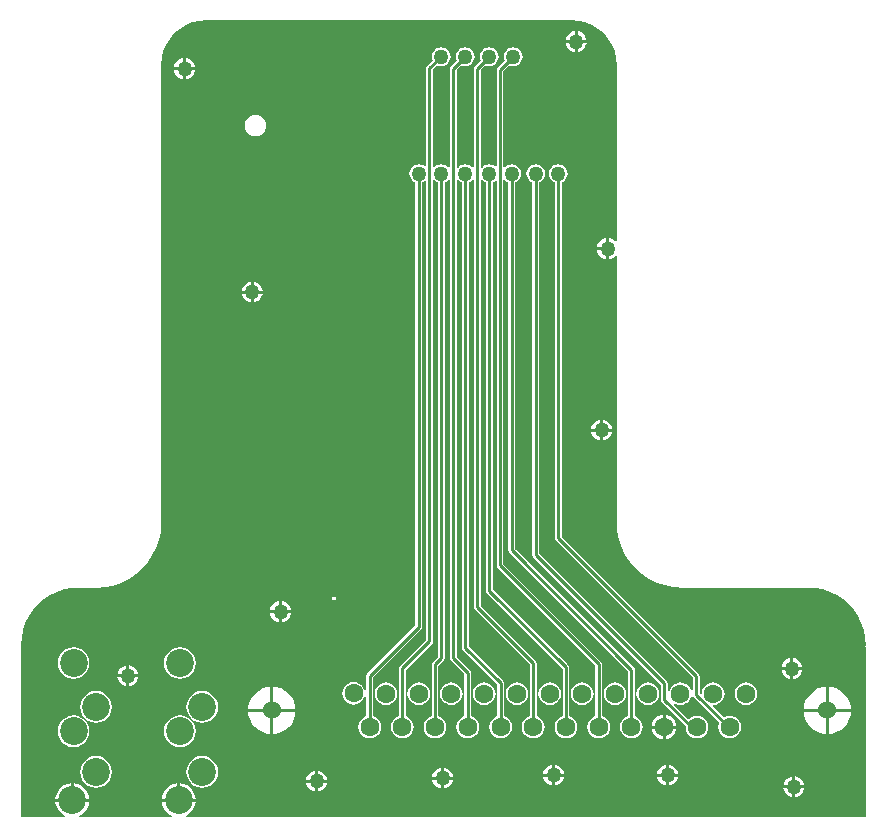
<source format=gtl>
G04 Layer_Physical_Order=1*
G04 Layer_Color=255*
%FSAX24Y24*%
%MOIN*%
G70*
G01*
G75*
%ADD10C,0.0100*%
%ADD11C,0.0630*%
%ADD12C,0.0600*%
%ADD13C,0.0929*%
%ADD14C,0.0500*%
G36*
X030573Y035920D02*
X030804Y035865D01*
X031024Y035774D01*
X031226Y035650D01*
X031407Y035496D01*
X031561Y035315D01*
X031685Y035113D01*
X031776Y034893D01*
X031831Y034663D01*
X031849Y034432D01*
X031848Y034426D01*
Y028576D01*
X031800Y028560D01*
X031793Y028570D01*
X031720Y028626D01*
X031635Y028661D01*
X031593Y028667D01*
Y028320D01*
Y027974D01*
X031635Y027979D01*
X031720Y028014D01*
X031793Y028070D01*
X031800Y028080D01*
X031848Y028064D01*
Y019262D01*
X031848Y019212D01*
X031845Y019174D01*
X031846Y019162D01*
X031863Y018893D01*
X031918Y018617D01*
X032009Y018351D01*
X032133Y018099D01*
X032290Y017865D01*
X032475Y017653D01*
X032687Y017468D01*
X032921Y017311D01*
X033173Y017187D01*
X033439Y017096D01*
X033715Y017041D01*
X033918Y017028D01*
X033960Y017020D01*
X038247D01*
X038248Y017019D01*
X038248Y017019D01*
X038248Y017019D01*
X038465Y017005D01*
X038712Y016956D01*
X038951Y016875D01*
X039177Y016763D01*
X039386Y016624D01*
X039575Y016457D01*
X039742Y016268D01*
X039881Y016059D01*
X039993Y015833D01*
X040074Y015594D01*
X040123Y015347D01*
X040138Y015112D01*
X040137Y015062D01*
X040140Y015041D01*
X040143Y015012D01*
Y009370D01*
X017484D01*
X017474Y009420D01*
X017527Y009442D01*
X017645Y009533D01*
X017736Y009651D01*
X017793Y009788D01*
X017806Y009885D01*
X017243D01*
Y009935D01*
D01*
Y009885D01*
X016680D01*
X016693Y009788D01*
X016750Y009651D01*
X016840Y009533D01*
X016958Y009442D01*
X017011Y009420D01*
X017001Y009370D01*
X013941D01*
X013931Y009420D01*
X013984Y009442D01*
X014102Y009533D01*
X014193Y009651D01*
X014249Y009788D01*
X014262Y009885D01*
X013699D01*
X013137D01*
X013149Y009788D01*
X013206Y009651D01*
X013297Y009533D01*
X013415Y009442D01*
X013468Y009420D01*
X013458Y009370D01*
X011992D01*
Y015013D01*
X011993Y015062D01*
X011993Y015062D01*
D01*
X011992Y015112D01*
Y015120D01*
X012007Y015347D01*
X012056Y015594D01*
X012137Y015833D01*
X012249Y016059D01*
X012388Y016268D01*
X012554Y016457D01*
X012744Y016624D01*
X012953Y016763D01*
X013179Y016875D01*
X013418Y016956D01*
X013665Y017005D01*
X013877Y017019D01*
X013882Y017018D01*
X014418D01*
X014468Y017018D01*
X014506Y017015D01*
X014518Y017016D01*
X014787Y017033D01*
X015063Y017088D01*
X015329Y017179D01*
X015581Y017303D01*
X015815Y017460D01*
X016027Y017645D01*
X016212Y017857D01*
X016369Y018091D01*
X016493Y018343D01*
X016584Y018609D01*
X016638Y018885D01*
X016652Y019084D01*
X016654Y019087D01*
X016662Y019130D01*
Y034428D01*
X016661Y034435D01*
X016679Y034664D01*
X016734Y034895D01*
X016825Y035114D01*
X016949Y035316D01*
X017103Y035496D01*
X017283Y035650D01*
X017485Y035774D01*
X017704Y035865D01*
X017935Y035920D01*
X018165Y035938D01*
X018171Y035937D01*
X030337D01*
X030343Y035938D01*
X030573Y035920D01*
D02*
G37*
%LPC*%
G36*
X030543Y035567D02*
Y035270D01*
X030840D01*
X030834Y035311D01*
X030799Y035397D01*
X030743Y035470D01*
X030670Y035526D01*
X030585Y035561D01*
X030543Y035567D01*
D02*
G37*
G36*
X030443D02*
X030402Y035561D01*
X030317Y035526D01*
X030244Y035470D01*
X030187Y035397D01*
X030152Y035311D01*
X030147Y035270D01*
X030443D01*
Y035567D01*
D02*
G37*
G36*
X030840Y035170D02*
X030543D01*
Y034874D01*
X030585Y034879D01*
X030670Y034914D01*
X030743Y034970D01*
X030799Y035044D01*
X030834Y035129D01*
X030840Y035170D01*
D02*
G37*
G36*
X030443D02*
X030147D01*
X030152Y035129D01*
X030187Y035044D01*
X030244Y034970D01*
X030317Y034914D01*
X030402Y034879D01*
X030443Y034874D01*
Y035170D01*
D02*
G37*
G36*
X028393Y035033D02*
X028312Y035022D01*
X028237Y034991D01*
X028172Y034941D01*
X028122Y034876D01*
X028091Y034801D01*
X028080Y034720D01*
X028091Y034639D01*
X028109Y034595D01*
X027874Y034359D01*
X027850Y034323D01*
X027841Y034280D01*
X027841Y034280D01*
Y031084D01*
X027791Y031059D01*
X027750Y031091D01*
X027674Y031122D01*
X027593Y031133D01*
X027512Y031122D01*
X027437Y031091D01*
X027372Y031041D01*
X027355Y031019D01*
X027305Y031036D01*
Y034274D01*
X027468Y034436D01*
X027512Y034418D01*
X027593Y034407D01*
X027674Y034418D01*
X027750Y034449D01*
X027814Y034499D01*
X027864Y034564D01*
X027895Y034639D01*
X027906Y034720D01*
X027895Y034801D01*
X027864Y034876D01*
X027814Y034941D01*
X027750Y034991D01*
X027674Y035022D01*
X027593Y035033D01*
X027512Y035022D01*
X027437Y034991D01*
X027372Y034941D01*
X027322Y034876D01*
X027291Y034801D01*
X027280Y034720D01*
X027291Y034639D01*
X027309Y034595D01*
X027114Y034399D01*
X027090Y034363D01*
X027081Y034320D01*
X027081Y034320D01*
Y031036D01*
X027031Y031019D01*
X027014Y031041D01*
X026950Y031091D01*
X026874Y031122D01*
X026793Y031133D01*
X026712Y031122D01*
X026637Y031091D01*
X026572Y031041D01*
X026555Y031019D01*
X026505Y031036D01*
Y034274D01*
X026668Y034436D01*
X026712Y034418D01*
X026793Y034407D01*
X026874Y034418D01*
X026950Y034449D01*
X027014Y034499D01*
X027064Y034564D01*
X027095Y034639D01*
X027106Y034720D01*
X027095Y034801D01*
X027064Y034876D01*
X027014Y034941D01*
X026950Y034991D01*
X026874Y035022D01*
X026793Y035033D01*
X026712Y035022D01*
X026637Y034991D01*
X026572Y034941D01*
X026522Y034876D01*
X026491Y034801D01*
X026480Y034720D01*
X026491Y034639D01*
X026509Y034595D01*
X026314Y034399D01*
X026290Y034363D01*
X026281Y034320D01*
X026281Y034320D01*
Y031036D01*
X026231Y031019D01*
X026214Y031041D01*
X026149Y031091D01*
X026074Y031122D01*
X025993Y031133D01*
X025912Y031122D01*
X025837Y031091D01*
X025772Y031041D01*
X025765Y031032D01*
X025715Y031049D01*
Y034284D01*
X025868Y034436D01*
X025912Y034418D01*
X025993Y034407D01*
X026074Y034418D01*
X026149Y034449D01*
X026214Y034499D01*
X026264Y034564D01*
X026295Y034639D01*
X026306Y034720D01*
X026295Y034801D01*
X026264Y034876D01*
X026214Y034941D01*
X026149Y034991D01*
X026074Y035022D01*
X025993Y035033D01*
X025912Y035022D01*
X025837Y034991D01*
X025772Y034941D01*
X025722Y034876D01*
X025691Y034801D01*
X025680Y034720D01*
X025691Y034639D01*
X025709Y034595D01*
X025524Y034409D01*
X025500Y034373D01*
X025491Y034330D01*
X025491Y034330D01*
Y031084D01*
X025441Y031059D01*
X025399Y031091D01*
X025324Y031122D01*
X025243Y031133D01*
X025162Y031122D01*
X025087Y031091D01*
X025022Y031041D01*
X024972Y030976D01*
X024941Y030901D01*
X024930Y030820D01*
X024941Y030739D01*
X024972Y030664D01*
X025022Y030599D01*
X025087Y030549D01*
X025131Y030531D01*
Y015767D01*
X023531Y014166D01*
X023507Y014130D01*
X023498Y014087D01*
X023498Y014087D01*
Y013561D01*
X023488Y013515D01*
X023448Y013513D01*
X023448Y013516D01*
X023438Y013588D01*
X023400Y013679D01*
X023340Y013758D01*
X023262Y013818D01*
X023171Y013856D01*
X023073Y013868D01*
X022975Y013856D01*
X022884Y013818D01*
X022805Y013758D01*
X022745Y013679D01*
X022708Y013588D01*
X022695Y013490D01*
X022708Y013392D01*
X022745Y013301D01*
X022805Y013223D01*
X022884Y013163D01*
X022975Y013125D01*
X023073Y013112D01*
X023171Y013125D01*
X023262Y013163D01*
X023340Y013223D01*
X023400Y013301D01*
X023438Y013392D01*
X023448Y013464D01*
X023448Y013468D01*
X023488Y013465D01*
X023498Y013419D01*
Y012728D01*
X023421Y012696D01*
X023343Y012636D01*
X023283Y012557D01*
X023245Y012466D01*
X023232Y012368D01*
X023245Y012270D01*
X023283Y012179D01*
X023343Y012101D01*
X023421Y012041D01*
X023512Y012003D01*
X023610Y011990D01*
X023708Y012003D01*
X023799Y012041D01*
X023878Y012101D01*
X023938Y012179D01*
X023976Y012270D01*
X023988Y012368D01*
X023976Y012466D01*
X023938Y012557D01*
X023878Y012636D01*
X023799Y012696D01*
X023722Y012728D01*
Y014041D01*
X025322Y015641D01*
X025347Y015677D01*
X025355Y015720D01*
X025355Y015720D01*
Y030531D01*
X025399Y030549D01*
X025441Y030581D01*
X025491Y030556D01*
Y015277D01*
X024621Y014407D01*
X024597Y014371D01*
X024589Y014328D01*
X024589Y014328D01*
Y012728D01*
X024512Y012696D01*
X024433Y012636D01*
X024373Y012557D01*
X024335Y012466D01*
X024323Y012368D01*
X024335Y012270D01*
X024373Y012179D01*
X024433Y012101D01*
X024512Y012041D01*
X024603Y012003D01*
X024701Y011990D01*
X024799Y012003D01*
X024890Y012041D01*
X024968Y012101D01*
X025028Y012179D01*
X025066Y012270D01*
X025079Y012368D01*
X025066Y012466D01*
X025028Y012557D01*
X024968Y012636D01*
X024890Y012696D01*
X024813Y012728D01*
Y014281D01*
X025682Y015151D01*
X025682Y015151D01*
X025707Y015187D01*
X025715Y015230D01*
X025715Y015230D01*
Y030591D01*
X025765Y030608D01*
X025772Y030599D01*
X025837Y030549D01*
X025881Y030531D01*
Y014717D01*
X025712Y014548D01*
X025688Y014511D01*
X025679Y014468D01*
X025679Y014468D01*
Y012728D01*
X025602Y012696D01*
X025524Y012636D01*
X025464Y012557D01*
X025426Y012466D01*
X025413Y012368D01*
X025426Y012270D01*
X025464Y012179D01*
X025524Y012101D01*
X025602Y012041D01*
X025693Y012003D01*
X025791Y011990D01*
X025889Y012003D01*
X025980Y012041D01*
X026059Y012101D01*
X026119Y012179D01*
X026157Y012270D01*
X026170Y012368D01*
X026157Y012466D01*
X026119Y012557D01*
X026059Y012636D01*
X025980Y012696D01*
X025903Y012728D01*
Y014422D01*
X026072Y014591D01*
X026072Y014591D01*
X026097Y014627D01*
X026105Y014670D01*
X026105Y014670D01*
Y030531D01*
X026149Y030549D01*
X026214Y030599D01*
X026231Y030621D01*
X026281Y030604D01*
Y014670D01*
X026281Y014670D01*
X026290Y014627D01*
X026314Y014591D01*
X026770Y014135D01*
Y012728D01*
X026693Y012696D01*
X026614Y012636D01*
X026554Y012557D01*
X026517Y012466D01*
X026504Y012368D01*
X026517Y012270D01*
X026554Y012179D01*
X026614Y012101D01*
X026693Y012041D01*
X026784Y012003D01*
X026882Y011990D01*
X026980Y012003D01*
X027071Y012041D01*
X027149Y012101D01*
X027209Y012179D01*
X027247Y012270D01*
X027260Y012368D01*
X027247Y012466D01*
X027209Y012557D01*
X027149Y012636D01*
X027071Y012696D01*
X026994Y012728D01*
Y014181D01*
X026985Y014224D01*
X026961Y014261D01*
X026961Y014261D01*
X026505Y014717D01*
Y030604D01*
X026555Y030621D01*
X026572Y030599D01*
X026637Y030549D01*
X026681Y030531D01*
Y015020D01*
X026681Y015020D01*
X026690Y014977D01*
X026714Y014941D01*
X027860Y013794D01*
Y012728D01*
X027783Y012696D01*
X027705Y012636D01*
X027645Y012557D01*
X027607Y012466D01*
X027594Y012368D01*
X027607Y012270D01*
X027645Y012179D01*
X027705Y012101D01*
X027783Y012041D01*
X027875Y012003D01*
X027972Y011990D01*
X028070Y012003D01*
X028162Y012041D01*
X028240Y012101D01*
X028300Y012179D01*
X028338Y012270D01*
X028351Y012368D01*
X028338Y012466D01*
X028300Y012557D01*
X028240Y012636D01*
X028162Y012696D01*
X028085Y012728D01*
Y013841D01*
X028085Y013841D01*
X028076Y013884D01*
X028052Y013920D01*
X026905Y015067D01*
Y030531D01*
X026950Y030549D01*
X027014Y030599D01*
X027031Y030621D01*
X027081Y030604D01*
Y016370D01*
X027081Y016370D01*
X027090Y016327D01*
X027114Y016291D01*
X028951Y014454D01*
Y012728D01*
X028874Y012696D01*
X028796Y012636D01*
X028735Y012557D01*
X028698Y012466D01*
X028685Y012368D01*
X028698Y012270D01*
X028735Y012179D01*
X028796Y012101D01*
X028874Y012041D01*
X028965Y012003D01*
X029063Y011990D01*
X029161Y012003D01*
X029252Y012041D01*
X029330Y012101D01*
X029390Y012179D01*
X029428Y012270D01*
X029441Y012368D01*
X029428Y012466D01*
X029390Y012557D01*
X029330Y012636D01*
X029252Y012696D01*
X029175Y012728D01*
Y014500D01*
X029175Y014500D01*
X029167Y014543D01*
X029142Y014580D01*
X029142Y014580D01*
X027305Y016417D01*
Y030604D01*
X027355Y030621D01*
X027372Y030599D01*
X027437Y030549D01*
X027481Y030531D01*
Y016920D01*
X027481Y016920D01*
X027490Y016877D01*
X027514Y016841D01*
X030041Y014313D01*
Y012728D01*
X029964Y012696D01*
X029886Y012636D01*
X029826Y012557D01*
X029788Y012466D01*
X029775Y012368D01*
X029788Y012270D01*
X029826Y012179D01*
X029886Y012101D01*
X029964Y012041D01*
X030056Y012003D01*
X030154Y011990D01*
X030251Y012003D01*
X030343Y012041D01*
X030421Y012101D01*
X030481Y012179D01*
X030519Y012270D01*
X030532Y012368D01*
X030519Y012466D01*
X030481Y012557D01*
X030421Y012636D01*
X030343Y012696D01*
X030266Y012728D01*
Y014360D01*
X030257Y014403D01*
X030233Y014439D01*
X030233Y014439D01*
X027705Y016967D01*
Y030531D01*
X027750Y030549D01*
X027791Y030581D01*
X027841Y030556D01*
Y017760D01*
X027841Y017760D01*
X027850Y017717D01*
X027874Y017681D01*
X031132Y014423D01*
Y012728D01*
X031055Y012696D01*
X030977Y012636D01*
X030917Y012557D01*
X030879Y012466D01*
X030866Y012368D01*
X030879Y012270D01*
X030917Y012179D01*
X030977Y012101D01*
X031055Y012041D01*
X031146Y012003D01*
X031244Y011990D01*
X031342Y012003D01*
X031433Y012041D01*
X031511Y012101D01*
X031572Y012179D01*
X031609Y012270D01*
X031622Y012368D01*
X031609Y012466D01*
X031572Y012557D01*
X031511Y012636D01*
X031433Y012696D01*
X031356Y012728D01*
Y014469D01*
X031348Y014512D01*
X031323Y014548D01*
X031323Y014548D01*
X028065Y017807D01*
Y030591D01*
X028115Y030608D01*
X028122Y030599D01*
X028187Y030549D01*
X028231Y030531D01*
Y018270D01*
X028231Y018270D01*
X028240Y018227D01*
X028264Y018191D01*
X032222Y014232D01*
Y012728D01*
X032146Y012696D01*
X032067Y012636D01*
X032007Y012557D01*
X031969Y012466D01*
X031956Y012368D01*
X031969Y012270D01*
X032007Y012179D01*
X032067Y012101D01*
X032146Y012041D01*
X032237Y012003D01*
X032335Y011990D01*
X032433Y012003D01*
X032524Y012041D01*
X032602Y012101D01*
X032662Y012179D01*
X032700Y012270D01*
X032713Y012368D01*
X032700Y012466D01*
X032662Y012557D01*
X032602Y012636D01*
X032524Y012696D01*
X032447Y012728D01*
Y014279D01*
X032447Y014279D01*
X032438Y014322D01*
X032414Y014358D01*
X032414Y014358D01*
X028455Y018317D01*
Y030531D01*
X028500Y030549D01*
X028564Y030599D01*
X028614Y030664D01*
X028645Y030739D01*
X028656Y030820D01*
X028645Y030901D01*
X028614Y030976D01*
X028564Y031041D01*
X028500Y031091D01*
X028424Y031122D01*
X028343Y031133D01*
X028262Y031122D01*
X028187Y031091D01*
X028122Y031041D01*
X028115Y031032D01*
X028065Y031049D01*
Y034234D01*
X028268Y034436D01*
X028312Y034418D01*
X028393Y034407D01*
X028474Y034418D01*
X028549Y034449D01*
X028614Y034499D01*
X028664Y034564D01*
X028695Y034639D01*
X028706Y034720D01*
X028695Y034801D01*
X028664Y034876D01*
X028614Y034941D01*
X028549Y034991D01*
X028474Y035022D01*
X028393Y035033D01*
D02*
G37*
G36*
X017493Y034667D02*
Y034370D01*
X017790D01*
X017784Y034411D01*
X017749Y034497D01*
X017693Y034570D01*
X017620Y034626D01*
X017535Y034661D01*
X017493Y034667D01*
D02*
G37*
G36*
X017393D02*
X017352Y034661D01*
X017267Y034626D01*
X017194Y034570D01*
X017137Y034497D01*
X017102Y034411D01*
X017097Y034370D01*
X017393D01*
Y034667D01*
D02*
G37*
G36*
X017790Y034270D02*
X017493D01*
Y033974D01*
X017535Y033979D01*
X017620Y034014D01*
X017693Y034070D01*
X017749Y034144D01*
X017784Y034229D01*
X017790Y034270D01*
D02*
G37*
G36*
X017393D02*
X017097D01*
X017102Y034229D01*
X017137Y034144D01*
X017194Y034070D01*
X017267Y034014D01*
X017352Y033979D01*
X017393Y033974D01*
Y034270D01*
D02*
G37*
G36*
X019805Y032772D02*
X019714Y032760D01*
X019630Y032725D01*
X019558Y032670D01*
X019503Y032597D01*
X019468Y032513D01*
X019456Y032423D01*
X019468Y032333D01*
X019503Y032249D01*
X019558Y032177D01*
X019630Y032122D01*
X019714Y032087D01*
X019805Y032075D01*
X019895Y032087D01*
X019979Y032122D01*
X020051Y032177D01*
X020106Y032249D01*
X020141Y032333D01*
X020153Y032423D01*
X020141Y032513D01*
X020106Y032597D01*
X020051Y032670D01*
X019979Y032725D01*
X019895Y032760D01*
X019805Y032772D01*
D02*
G37*
G36*
X031493Y028667D02*
X031452Y028661D01*
X031367Y028626D01*
X031294Y028570D01*
X031237Y028497D01*
X031202Y028411D01*
X031197Y028370D01*
X031493D01*
Y028667D01*
D02*
G37*
G36*
Y028270D02*
X031197D01*
X031202Y028229D01*
X031237Y028144D01*
X031294Y028070D01*
X031367Y028014D01*
X031452Y027979D01*
X031493Y027974D01*
Y028270D01*
D02*
G37*
G36*
X019743Y027217D02*
Y026920D01*
X020040D01*
X020034Y026961D01*
X019999Y027047D01*
X019943Y027120D01*
X019870Y027176D01*
X019785Y027211D01*
X019743Y027217D01*
D02*
G37*
G36*
X019643D02*
X019602Y027211D01*
X019517Y027176D01*
X019444Y027120D01*
X019387Y027047D01*
X019352Y026961D01*
X019347Y026920D01*
X019643D01*
Y027217D01*
D02*
G37*
G36*
X020040Y026820D02*
X019743D01*
Y026524D01*
X019785Y026529D01*
X019870Y026564D01*
X019943Y026620D01*
X019999Y026694D01*
X020034Y026779D01*
X020040Y026820D01*
D02*
G37*
G36*
X019643D02*
X019347D01*
X019352Y026779D01*
X019387Y026694D01*
X019444Y026620D01*
X019517Y026564D01*
X019602Y026529D01*
X019643Y026524D01*
Y026820D01*
D02*
G37*
G36*
X031393Y022617D02*
Y022320D01*
X031690D01*
X031684Y022361D01*
X031649Y022447D01*
X031593Y022520D01*
X031520Y022576D01*
X031435Y022611D01*
X031393Y022617D01*
D02*
G37*
G36*
X031293D02*
X031252Y022611D01*
X031167Y022576D01*
X031094Y022520D01*
X031037Y022447D01*
X031002Y022361D01*
X030997Y022320D01*
X031293D01*
Y022617D01*
D02*
G37*
G36*
X031690Y022220D02*
X031393D01*
Y021924D01*
X031435Y021929D01*
X031520Y021964D01*
X031593Y022020D01*
X031649Y022094D01*
X031684Y022179D01*
X031690Y022220D01*
D02*
G37*
G36*
X031293D02*
X030997D01*
X031002Y022179D01*
X031037Y022094D01*
X031094Y022020D01*
X031167Y021964D01*
X031252Y021929D01*
X031293Y021924D01*
Y022220D01*
D02*
G37*
G36*
X022478Y016715D02*
X022358D01*
Y016595D01*
X022478D01*
Y016715D01*
D02*
G37*
G36*
X020693Y016567D02*
Y016270D01*
X020990D01*
X020984Y016311D01*
X020949Y016397D01*
X020893Y016470D01*
X020820Y016526D01*
X020735Y016561D01*
X020693Y016567D01*
D02*
G37*
G36*
X020593D02*
X020552Y016561D01*
X020467Y016526D01*
X020394Y016470D01*
X020337Y016397D01*
X020302Y016311D01*
X020297Y016270D01*
X020593D01*
Y016567D01*
D02*
G37*
G36*
X020990Y016170D02*
X020693D01*
Y015874D01*
X020735Y015879D01*
X020820Y015914D01*
X020893Y015970D01*
X020949Y016044D01*
X020984Y016129D01*
X020990Y016170D01*
D02*
G37*
G36*
X020593D02*
X020297D01*
X020302Y016129D01*
X020337Y016044D01*
X020394Y015970D01*
X020467Y015914D01*
X020552Y015879D01*
X020593Y015874D01*
Y016170D01*
D02*
G37*
G36*
X037736Y014666D02*
Y014370D01*
X038032D01*
X038027Y014411D01*
X037992Y014496D01*
X037936Y014569D01*
X037862Y014625D01*
X037777Y014661D01*
X037736Y014666D01*
D02*
G37*
G36*
X037636D02*
X037595Y014661D01*
X037509Y014625D01*
X037436Y014569D01*
X037380Y014496D01*
X037345Y014411D01*
X037339Y014370D01*
X037636D01*
Y014666D01*
D02*
G37*
G36*
X015600Y014426D02*
Y014130D01*
X015896D01*
X015891Y014171D01*
X015856Y014256D01*
X015800Y014330D01*
X015726Y014386D01*
X015641Y014421D01*
X015600Y014426D01*
D02*
G37*
G36*
X015500D02*
X015459Y014421D01*
X015373Y014386D01*
X015300Y014330D01*
X015244Y014256D01*
X015209Y014171D01*
X015204Y014130D01*
X015500D01*
Y014426D01*
D02*
G37*
G36*
X038032Y014270D02*
X037736D01*
Y013973D01*
X037777Y013979D01*
X037862Y014014D01*
X037936Y014070D01*
X037992Y014143D01*
X038027Y014228D01*
X038032Y014270D01*
D02*
G37*
G36*
X037636D02*
X037339D01*
X037345Y014228D01*
X037380Y014143D01*
X037436Y014070D01*
X037509Y014014D01*
X037595Y013979D01*
X037636Y013973D01*
Y014270D01*
D02*
G37*
G36*
X017282Y015031D02*
X017145Y015013D01*
X017018Y014960D01*
X016908Y014876D01*
X016824Y014767D01*
X016771Y014639D01*
X016753Y014502D01*
X016771Y014365D01*
X016824Y014238D01*
X016908Y014128D01*
X017018Y014044D01*
X017145Y013991D01*
X017282Y013973D01*
X017419Y013991D01*
X017547Y014044D01*
X017656Y014128D01*
X017740Y014238D01*
X017793Y014365D01*
X017811Y014502D01*
X017793Y014639D01*
X017740Y014767D01*
X017656Y014876D01*
X017547Y014960D01*
X017419Y015013D01*
X017282Y015031D01*
D02*
G37*
G36*
X013739D02*
X013602Y015013D01*
X013474Y014960D01*
X013365Y014876D01*
X013281Y014767D01*
X013228Y014639D01*
X013210Y014502D01*
X013228Y014365D01*
X013281Y014238D01*
X013365Y014128D01*
X013474Y014044D01*
X013602Y013991D01*
X013739Y013973D01*
X013876Y013991D01*
X014003Y014044D01*
X014113Y014128D01*
X014197Y014238D01*
X014250Y014365D01*
X014268Y014502D01*
X014250Y014639D01*
X014197Y014767D01*
X014113Y014876D01*
X014003Y014960D01*
X013876Y015013D01*
X013739Y015031D01*
D02*
G37*
G36*
X015896Y014030D02*
X015600D01*
Y013734D01*
X015641Y013739D01*
X015726Y013774D01*
X015800Y013830D01*
X015856Y013903D01*
X015891Y013989D01*
X015896Y014030D01*
D02*
G37*
G36*
X015500D02*
X015204D01*
X015209Y013989D01*
X015244Y013903D01*
X015300Y013830D01*
X015373Y013774D01*
X015459Y013739D01*
X015500Y013734D01*
Y014030D01*
D02*
G37*
G36*
X029893Y031133D02*
X029812Y031122D01*
X029737Y031091D01*
X029672Y031041D01*
X029622Y030976D01*
X029591Y030901D01*
X029580Y030820D01*
X029591Y030739D01*
X029622Y030664D01*
X029672Y030599D01*
X029737Y030549D01*
X029781Y030531D01*
Y018670D01*
X029781Y018670D01*
X029790Y018627D01*
X029814Y018591D01*
X034381Y014024D01*
Y013606D01*
X034331Y013596D01*
X034298Y013675D01*
X034238Y013754D01*
X034160Y013814D01*
X034068Y013852D01*
X033970Y013864D01*
X033873Y013852D01*
X033781Y013814D01*
X033703Y013754D01*
X033643Y013675D01*
X033605Y013584D01*
X033602Y013558D01*
X033594Y013511D01*
X033588Y013511D01*
X033545Y013529D01*
Y013830D01*
X033537Y013873D01*
X033513Y013909D01*
X033513Y013909D01*
X029255Y018167D01*
Y030531D01*
X029299Y030549D01*
X029364Y030599D01*
X029414Y030664D01*
X029445Y030739D01*
X029456Y030820D01*
X029445Y030901D01*
X029414Y030976D01*
X029364Y031041D01*
X029299Y031091D01*
X029224Y031122D01*
X029143Y031133D01*
X029062Y031122D01*
X028987Y031091D01*
X028922Y031041D01*
X028872Y030976D01*
X028841Y030901D01*
X028830Y030820D01*
X028841Y030739D01*
X028872Y030664D01*
X028922Y030599D01*
X028987Y030549D01*
X029031Y030531D01*
Y018120D01*
X029031Y018120D01*
X029040Y018077D01*
X029064Y018041D01*
X033321Y013783D01*
Y013280D01*
X033321Y013280D01*
X033330Y013237D01*
X033354Y013201D01*
X034143Y012411D01*
X034138Y012368D01*
X034150Y012270D01*
X034188Y012179D01*
X034248Y012101D01*
X034327Y012041D01*
X034418Y012003D01*
X034516Y011990D01*
X034614Y012003D01*
X034705Y012041D01*
X034783Y012101D01*
X034843Y012179D01*
X034881Y012270D01*
X034894Y012368D01*
X034881Y012466D01*
X034843Y012557D01*
X034783Y012636D01*
X034705Y012696D01*
X034614Y012733D01*
X034516Y012746D01*
X034418Y012733D01*
X034327Y012696D01*
X034248Y012636D01*
X034237Y012635D01*
X033753Y013118D01*
X033781Y013159D01*
X033873Y013121D01*
X033970Y013108D01*
X034068Y013121D01*
X034160Y013159D01*
X034238Y013219D01*
X034298Y013297D01*
X034336Y013388D01*
X034339Y013410D01*
X034389Y013412D01*
X034390Y013410D01*
X034414Y013374D01*
X035265Y012523D01*
X035241Y012466D01*
X035228Y012368D01*
X035241Y012270D01*
X035279Y012179D01*
X035339Y012101D01*
X035417Y012041D01*
X035508Y012003D01*
X035606Y011990D01*
X035704Y012003D01*
X035795Y012041D01*
X035874Y012101D01*
X035934Y012179D01*
X035972Y012270D01*
X035984Y012368D01*
X035972Y012466D01*
X035934Y012557D01*
X035874Y012636D01*
X035795Y012696D01*
X035704Y012733D01*
X035606Y012746D01*
X035508Y012733D01*
X035417Y012696D01*
X035413Y012692D01*
X035040Y013065D01*
X035045Y013076D01*
X035067Y013109D01*
X035159Y013121D01*
X035250Y013159D01*
X035328Y013219D01*
X035389Y013297D01*
X035426Y013388D01*
X035439Y013486D01*
X035426Y013584D01*
X035389Y013675D01*
X035328Y013754D01*
X035250Y013814D01*
X035159Y013852D01*
X035061Y013864D01*
X034963Y013852D01*
X034872Y013814D01*
X034794Y013754D01*
X034733Y013675D01*
X034696Y013584D01*
X034684Y013492D01*
X034651Y013471D01*
X034640Y013465D01*
X034605Y013500D01*
Y014070D01*
X034597Y014113D01*
X034572Y014149D01*
X034572Y014149D01*
X030005Y018717D01*
Y030531D01*
X030050Y030549D01*
X030114Y030599D01*
X030164Y030664D01*
X030195Y030739D01*
X030206Y030820D01*
X030195Y030901D01*
X030164Y030976D01*
X030114Y031041D01*
X030050Y031091D01*
X029974Y031122D01*
X029893Y031133D01*
D02*
G37*
G36*
X036152Y013864D02*
X036054Y013852D01*
X035962Y013814D01*
X035884Y013754D01*
X035824Y013675D01*
X035786Y013584D01*
X035773Y013486D01*
X035786Y013388D01*
X035824Y013297D01*
X035884Y013219D01*
X035962Y013159D01*
X036054Y013121D01*
X036152Y013108D01*
X036249Y013121D01*
X036341Y013159D01*
X036419Y013219D01*
X036479Y013297D01*
X036517Y013388D01*
X036530Y013486D01*
X036517Y013584D01*
X036479Y013675D01*
X036419Y013754D01*
X036341Y013814D01*
X036249Y013852D01*
X036152Y013864D01*
D02*
G37*
G36*
X032880D02*
X032782Y013852D01*
X032691Y013814D01*
X032612Y013754D01*
X032552Y013675D01*
X032515Y013584D01*
X032502Y013486D01*
X032515Y013388D01*
X032552Y013297D01*
X032612Y013219D01*
X032691Y013159D01*
X032782Y013121D01*
X032880Y013108D01*
X032978Y013121D01*
X033069Y013159D01*
X033147Y013219D01*
X033207Y013297D01*
X033245Y013388D01*
X033258Y013486D01*
X033245Y013584D01*
X033207Y013675D01*
X033147Y013754D01*
X033069Y013814D01*
X032978Y013852D01*
X032880Y013864D01*
D02*
G37*
G36*
X031789D02*
X031691Y013852D01*
X031600Y013814D01*
X031522Y013754D01*
X031462Y013675D01*
X031424Y013584D01*
X031411Y013486D01*
X031424Y013388D01*
X031462Y013297D01*
X031522Y013219D01*
X031600Y013159D01*
X031691Y013121D01*
X031789Y013108D01*
X031887Y013121D01*
X031978Y013159D01*
X032057Y013219D01*
X032117Y013297D01*
X032155Y013388D01*
X032168Y013486D01*
X032155Y013584D01*
X032117Y013675D01*
X032057Y013754D01*
X031978Y013814D01*
X031887Y013852D01*
X031789Y013864D01*
D02*
G37*
G36*
X030699D02*
X030601Y013852D01*
X030510Y013814D01*
X030431Y013754D01*
X030371Y013675D01*
X030333Y013584D01*
X030321Y013486D01*
X030333Y013388D01*
X030371Y013297D01*
X030431Y013219D01*
X030510Y013159D01*
X030601Y013121D01*
X030699Y013108D01*
X030797Y013121D01*
X030888Y013159D01*
X030966Y013219D01*
X031026Y013297D01*
X031064Y013388D01*
X031077Y013486D01*
X031064Y013584D01*
X031026Y013675D01*
X030966Y013754D01*
X030888Y013814D01*
X030797Y013852D01*
X030699Y013864D01*
D02*
G37*
G36*
X029608D02*
X029510Y013852D01*
X029419Y013814D01*
X029341Y013754D01*
X029281Y013675D01*
X029243Y013584D01*
X029230Y013486D01*
X029243Y013388D01*
X029281Y013297D01*
X029341Y013219D01*
X029419Y013159D01*
X029510Y013121D01*
X029608Y013108D01*
X029706Y013121D01*
X029797Y013159D01*
X029876Y013219D01*
X029936Y013297D01*
X029974Y013388D01*
X029986Y013486D01*
X029974Y013584D01*
X029936Y013675D01*
X029876Y013754D01*
X029797Y013814D01*
X029706Y013852D01*
X029608Y013864D01*
D02*
G37*
G36*
X028518D02*
X028420Y013852D01*
X028329Y013814D01*
X028250Y013754D01*
X028190Y013675D01*
X028152Y013584D01*
X028140Y013486D01*
X028152Y013388D01*
X028190Y013297D01*
X028250Y013219D01*
X028329Y013159D01*
X028420Y013121D01*
X028518Y013108D01*
X028616Y013121D01*
X028707Y013159D01*
X028785Y013219D01*
X028845Y013297D01*
X028883Y013388D01*
X028896Y013486D01*
X028883Y013584D01*
X028845Y013675D01*
X028785Y013754D01*
X028707Y013814D01*
X028616Y013852D01*
X028518Y013864D01*
D02*
G37*
G36*
X027427D02*
X027329Y013852D01*
X027238Y013814D01*
X027160Y013754D01*
X027100Y013675D01*
X027062Y013584D01*
X027049Y013486D01*
X027062Y013388D01*
X027100Y013297D01*
X027160Y013219D01*
X027238Y013159D01*
X027329Y013121D01*
X027427Y013108D01*
X027525Y013121D01*
X027616Y013159D01*
X027695Y013219D01*
X027755Y013297D01*
X027792Y013388D01*
X027805Y013486D01*
X027792Y013584D01*
X027755Y013675D01*
X027695Y013754D01*
X027616Y013814D01*
X027525Y013852D01*
X027427Y013864D01*
D02*
G37*
G36*
X026337D02*
X026239Y013852D01*
X026147Y013814D01*
X026069Y013754D01*
X026009Y013675D01*
X025971Y013584D01*
X025958Y013486D01*
X025971Y013388D01*
X026009Y013297D01*
X026069Y013219D01*
X026147Y013159D01*
X026239Y013121D01*
X026337Y013108D01*
X026434Y013121D01*
X026526Y013159D01*
X026604Y013219D01*
X026664Y013297D01*
X026702Y013388D01*
X026715Y013486D01*
X026702Y013584D01*
X026664Y013675D01*
X026604Y013754D01*
X026526Y013814D01*
X026434Y013852D01*
X026337Y013864D01*
D02*
G37*
G36*
X025246D02*
X025148Y013852D01*
X025057Y013814D01*
X024979Y013754D01*
X024919Y013675D01*
X024881Y013584D01*
X024868Y013486D01*
X024881Y013388D01*
X024919Y013297D01*
X024979Y013219D01*
X025057Y013159D01*
X025148Y013121D01*
X025246Y013108D01*
X025344Y013121D01*
X025435Y013159D01*
X025513Y013219D01*
X025574Y013297D01*
X025611Y013388D01*
X025624Y013486D01*
X025611Y013584D01*
X025574Y013675D01*
X025513Y013754D01*
X025435Y013814D01*
X025344Y013852D01*
X025246Y013864D01*
D02*
G37*
G36*
X024155D02*
X024058Y013852D01*
X023966Y013814D01*
X023888Y013754D01*
X023828Y013675D01*
X023790Y013584D01*
X023777Y013486D01*
X023790Y013388D01*
X023828Y013297D01*
X023888Y013219D01*
X023966Y013159D01*
X024058Y013121D01*
X024155Y013108D01*
X024253Y013121D01*
X024345Y013159D01*
X024423Y013219D01*
X024483Y013297D01*
X024521Y013388D01*
X024534Y013486D01*
X024521Y013584D01*
X024483Y013675D01*
X024423Y013754D01*
X024345Y013814D01*
X024253Y013852D01*
X024155Y013864D01*
D02*
G37*
G36*
X020398Y013715D02*
Y012977D01*
X021136D01*
X021126Y013082D01*
X021081Y013231D01*
X021008Y013368D01*
X020909Y013488D01*
X020789Y013586D01*
X020652Y013660D01*
X020503Y013705D01*
X020398Y013715D01*
D02*
G37*
G36*
X038918Y013715D02*
Y012977D01*
X039656D01*
X039646Y013082D01*
X039601Y013231D01*
X039527Y013368D01*
X039429Y013488D01*
X039309Y013586D01*
X039171Y013660D01*
X039023Y013705D01*
X038918Y013715D01*
D02*
G37*
G36*
X038818D02*
X038713Y013705D01*
X038565Y013660D01*
X038428Y013586D01*
X038307Y013488D01*
X038209Y013368D01*
X038136Y013231D01*
X038091Y013082D01*
X038080Y012977D01*
X038818D01*
Y013715D01*
D02*
G37*
G36*
X020298D02*
X020194Y013705D01*
X020045Y013660D01*
X019908Y013586D01*
X019788Y013488D01*
X019689Y013368D01*
X019616Y013231D01*
X019571Y013082D01*
X019561Y012977D01*
X020298D01*
Y013715D01*
D02*
G37*
G36*
X018030Y013575D02*
X017893Y013557D01*
X017766Y013504D01*
X017656Y013420D01*
X017572Y013310D01*
X017519Y013183D01*
X017501Y013046D01*
X017519Y012909D01*
X017572Y012781D01*
X017656Y012671D01*
X017766Y012587D01*
X017893Y012535D01*
X018030Y012516D01*
X018167Y012535D01*
X018295Y012587D01*
X018404Y012671D01*
X018488Y012781D01*
X018541Y012909D01*
X018559Y013046D01*
X018541Y013183D01*
X018488Y013310D01*
X018404Y013420D01*
X018295Y013504D01*
X018167Y013557D01*
X018030Y013575D01*
D02*
G37*
G36*
X014487D02*
X014350Y013557D01*
X014222Y013504D01*
X014113Y013420D01*
X014029Y013310D01*
X013976Y013183D01*
X013958Y013046D01*
X013976Y012909D01*
X014029Y012781D01*
X014113Y012671D01*
X014222Y012587D01*
X014350Y012535D01*
X014487Y012516D01*
X014624Y012535D01*
X014751Y012587D01*
X014861Y012671D01*
X014945Y012781D01*
X014998Y012909D01*
X015016Y013046D01*
X014998Y013183D01*
X014945Y013310D01*
X014861Y013420D01*
X014751Y013504D01*
X014624Y013557D01*
X014487Y013575D01*
D02*
G37*
G36*
X033475Y012780D02*
Y012418D01*
X033837D01*
X033829Y012477D01*
X033788Y012577D01*
X033721Y012664D01*
X033634Y012731D01*
X033534Y012772D01*
X033475Y012780D01*
D02*
G37*
G36*
X033375Y012780D02*
X033317Y012772D01*
X033216Y012731D01*
X033129Y012664D01*
X033063Y012577D01*
X033021Y012477D01*
X033013Y012418D01*
X033375D01*
Y012780D01*
D02*
G37*
G36*
X021136Y012877D02*
X020398D01*
Y012139D01*
X020503Y012150D01*
X020652Y012195D01*
X020789Y012268D01*
X020909Y012367D01*
X021008Y012487D01*
X021081Y012624D01*
X021126Y012773D01*
X021136Y012877D01*
D02*
G37*
G36*
X039656D02*
X038918D01*
Y012139D01*
X039023Y012150D01*
X039171Y012195D01*
X039309Y012268D01*
X039429Y012367D01*
X039527Y012487D01*
X039601Y012624D01*
X039646Y012773D01*
X039656Y012877D01*
D02*
G37*
G36*
X038818D02*
X038080D01*
X038091Y012773D01*
X038136Y012624D01*
X038209Y012487D01*
X038307Y012367D01*
X038428Y012268D01*
X038565Y012195D01*
X038713Y012150D01*
X038818Y012139D01*
Y012877D01*
D02*
G37*
G36*
X020298D02*
X019561D01*
X019571Y012773D01*
X019616Y012624D01*
X019689Y012487D01*
X019788Y012367D01*
X019908Y012268D01*
X020045Y012195D01*
X020194Y012150D01*
X020298Y012139D01*
Y012877D01*
D02*
G37*
G36*
X033837Y012318D02*
X033475D01*
Y011956D01*
X033534Y011964D01*
X033634Y012006D01*
X033721Y012072D01*
X033788Y012159D01*
X033829Y012260D01*
X033837Y012318D01*
D02*
G37*
G36*
X033375D02*
X033013D01*
X033021Y012260D01*
X033063Y012159D01*
X033129Y012072D01*
X033216Y012006D01*
X033317Y011964D01*
X033375Y011956D01*
Y012318D01*
D02*
G37*
G36*
X017282Y012756D02*
X017145Y012738D01*
X017018Y012685D01*
X016908Y012601D01*
X016824Y012491D01*
X016771Y012364D01*
X016753Y012227D01*
X016771Y012090D01*
X016824Y011962D01*
X016908Y011853D01*
X017018Y011769D01*
X017145Y011716D01*
X017282Y011698D01*
X017419Y011716D01*
X017547Y011769D01*
X017656Y011853D01*
X017740Y011962D01*
X017793Y012090D01*
X017811Y012227D01*
X017793Y012364D01*
X017740Y012491D01*
X017656Y012601D01*
X017547Y012685D01*
X017419Y012738D01*
X017282Y012756D01*
D02*
G37*
G36*
X013739D02*
X013602Y012738D01*
X013474Y012685D01*
X013365Y012601D01*
X013281Y012491D01*
X013228Y012364D01*
X013210Y012227D01*
X013228Y012090D01*
X013281Y011962D01*
X013365Y011853D01*
X013474Y011769D01*
X013602Y011716D01*
X013739Y011698D01*
X013876Y011716D01*
X014003Y011769D01*
X014113Y011853D01*
X014197Y011962D01*
X014250Y012090D01*
X014268Y012227D01*
X014250Y012364D01*
X014197Y012491D01*
X014113Y012601D01*
X014003Y012685D01*
X013876Y012738D01*
X013739Y012756D01*
D02*
G37*
G36*
X033593Y011117D02*
Y010820D01*
X033890D01*
X033884Y010861D01*
X033849Y010947D01*
X033793Y011020D01*
X033720Y011076D01*
X033635Y011111D01*
X033593Y011117D01*
D02*
G37*
G36*
X033493D02*
X033452Y011111D01*
X033367Y011076D01*
X033294Y011020D01*
X033237Y010947D01*
X033202Y010861D01*
X033197Y010820D01*
X033493D01*
Y011117D01*
D02*
G37*
G36*
X029793D02*
Y010820D01*
X030090D01*
X030084Y010861D01*
X030049Y010947D01*
X029993Y011020D01*
X029920Y011076D01*
X029835Y011111D01*
X029793Y011117D01*
D02*
G37*
G36*
X029693D02*
X029652Y011111D01*
X029567Y011076D01*
X029494Y011020D01*
X029437Y010947D01*
X029402Y010861D01*
X029397Y010820D01*
X029693D01*
Y011117D01*
D02*
G37*
G36*
X026093Y011017D02*
Y010720D01*
X026390D01*
X026384Y010761D01*
X026349Y010847D01*
X026293Y010920D01*
X026220Y010976D01*
X026135Y011011D01*
X026093Y011017D01*
D02*
G37*
G36*
X025993D02*
X025952Y011011D01*
X025867Y010976D01*
X025794Y010920D01*
X025737Y010847D01*
X025702Y010761D01*
X025697Y010720D01*
X025993D01*
Y011017D01*
D02*
G37*
G36*
X021893Y010917D02*
Y010620D01*
X022190D01*
X022184Y010661D01*
X022149Y010747D01*
X022093Y010820D01*
X022020Y010876D01*
X021935Y010911D01*
X021893Y010917D01*
D02*
G37*
G36*
X021793D02*
X021752Y010911D01*
X021667Y010876D01*
X021594Y010820D01*
X021537Y010747D01*
X021502Y010661D01*
X021497Y010620D01*
X021793D01*
Y010917D01*
D02*
G37*
G36*
X037800Y010726D02*
Y010430D01*
X038096D01*
X038091Y010471D01*
X038056Y010556D01*
X038000Y010630D01*
X037926Y010686D01*
X037841Y010721D01*
X037800Y010726D01*
D02*
G37*
G36*
X037700D02*
X037659Y010721D01*
X037573Y010686D01*
X037500Y010630D01*
X037444Y010556D01*
X037409Y010471D01*
X037404Y010430D01*
X037700D01*
Y010726D01*
D02*
G37*
G36*
X033890Y010720D02*
X033593D01*
Y010424D01*
X033635Y010429D01*
X033720Y010464D01*
X033793Y010520D01*
X033849Y010594D01*
X033884Y010679D01*
X033890Y010720D01*
D02*
G37*
G36*
X033493D02*
X033197D01*
X033202Y010679D01*
X033237Y010594D01*
X033294Y010520D01*
X033367Y010464D01*
X033452Y010429D01*
X033493Y010424D01*
Y010720D01*
D02*
G37*
G36*
X030090D02*
X029793D01*
Y010424D01*
X029835Y010429D01*
X029920Y010464D01*
X029993Y010520D01*
X030049Y010594D01*
X030084Y010679D01*
X030090Y010720D01*
D02*
G37*
G36*
X029693D02*
X029397D01*
X029402Y010679D01*
X029437Y010594D01*
X029494Y010520D01*
X029567Y010464D01*
X029652Y010429D01*
X029693Y010424D01*
Y010720D01*
D02*
G37*
G36*
X018030Y011409D02*
X017893Y011391D01*
X017766Y011338D01*
X017656Y011254D01*
X017572Y011145D01*
X017519Y011017D01*
X017501Y010880D01*
X017519Y010743D01*
X017572Y010616D01*
X017656Y010506D01*
X017766Y010422D01*
X017893Y010369D01*
X018030Y010351D01*
X018167Y010369D01*
X018295Y010422D01*
X018404Y010506D01*
X018488Y010616D01*
X018541Y010743D01*
X018559Y010880D01*
X018541Y011017D01*
X018488Y011145D01*
X018404Y011254D01*
X018295Y011338D01*
X018167Y011391D01*
X018030Y011409D01*
D02*
G37*
G36*
X014487D02*
X014350Y011391D01*
X014222Y011338D01*
X014113Y011254D01*
X014029Y011145D01*
X013976Y011017D01*
X013958Y010880D01*
X013976Y010743D01*
X014029Y010616D01*
X014113Y010506D01*
X014222Y010422D01*
X014350Y010369D01*
X014487Y010351D01*
X014624Y010369D01*
X014751Y010422D01*
X014861Y010506D01*
X014945Y010616D01*
X014998Y010743D01*
X015016Y010880D01*
X014998Y011017D01*
X014945Y011145D01*
X014861Y011254D01*
X014751Y011338D01*
X014624Y011391D01*
X014487Y011409D01*
D02*
G37*
G36*
X026390Y010620D02*
X026093D01*
Y010324D01*
X026135Y010329D01*
X026220Y010364D01*
X026293Y010420D01*
X026349Y010494D01*
X026384Y010579D01*
X026390Y010620D01*
D02*
G37*
G36*
X025993D02*
X025697D01*
X025702Y010579D01*
X025737Y010494D01*
X025794Y010420D01*
X025867Y010364D01*
X025952Y010329D01*
X025993Y010324D01*
Y010620D01*
D02*
G37*
G36*
X022190Y010520D02*
X021893D01*
Y010224D01*
X021935Y010229D01*
X022020Y010264D01*
X022093Y010320D01*
X022149Y010394D01*
X022184Y010479D01*
X022190Y010520D01*
D02*
G37*
G36*
X021793D02*
X021497D01*
X021502Y010479D01*
X021537Y010394D01*
X021594Y010320D01*
X021667Y010264D01*
X021752Y010229D01*
X021793Y010224D01*
Y010520D01*
D02*
G37*
G36*
X038096Y010330D02*
X037800D01*
Y010034D01*
X037841Y010039D01*
X037926Y010074D01*
X038000Y010130D01*
X038056Y010203D01*
X038091Y010289D01*
X038096Y010330D01*
D02*
G37*
G36*
X037700D02*
X037404D01*
X037409Y010289D01*
X037444Y010203D01*
X037500Y010130D01*
X037573Y010074D01*
X037659Y010039D01*
X037700Y010034D01*
Y010330D01*
D02*
G37*
G36*
X017293Y010498D02*
Y009985D01*
X017806D01*
X017793Y010083D01*
X017736Y010220D01*
X017645Y010338D01*
X017527Y010428D01*
X017390Y010485D01*
X017293Y010498D01*
D02*
G37*
G36*
X017193Y010498D02*
X017095Y010485D01*
X016958Y010428D01*
X016840Y010338D01*
X016750Y010220D01*
X016693Y010083D01*
X016680Y009985D01*
X017193D01*
Y010498D01*
D02*
G37*
G36*
X013749D02*
Y009985D01*
X014262D01*
X014249Y010083D01*
X014193Y010220D01*
X014102Y010338D01*
X013984Y010428D01*
X013847Y010485D01*
X013749Y010498D01*
D02*
G37*
G36*
X013649D02*
X013552Y010485D01*
X013415Y010428D01*
X013297Y010338D01*
X013206Y010220D01*
X013149Y010083D01*
X013137Y009985D01*
X013649D01*
Y010498D01*
D02*
G37*
%LPD*%
D10*
X023610Y012368D02*
Y014087D01*
X024701Y012368D02*
Y014328D01*
X025993Y014670D02*
Y030820D01*
X025791Y014468D02*
X025993Y014670D01*
X025791Y012368D02*
Y014468D01*
X026882Y012368D02*
Y014181D01*
X026793Y015020D02*
Y030820D01*
Y015020D02*
X027972Y013841D01*
Y012368D02*
Y013841D01*
X027193Y034320D02*
X027593Y034720D01*
X027193Y016370D02*
Y034320D01*
Y016370D02*
X029063Y014500D01*
Y012368D02*
Y014500D01*
X027593Y016920D02*
Y030820D01*
Y016920D02*
X030154Y014360D01*
Y012368D02*
Y014360D01*
X027953Y034280D02*
X028393Y034720D01*
X027953Y017760D02*
Y034280D01*
X031244Y012368D02*
Y014469D01*
X028343Y018270D02*
Y030820D01*
Y018270D02*
X032335Y014279D01*
Y012368D02*
Y014279D01*
X029143Y018120D02*
Y030820D01*
X034345Y012368D02*
X034516D01*
X029893Y018670D02*
Y030820D01*
X035578Y012368D02*
X035606D01*
X034493Y013453D02*
X035578Y012368D01*
X034493Y013453D02*
Y014070D01*
X029893Y018670D02*
X034493Y014070D01*
X023610Y014087D02*
X025243Y015720D01*
Y030820D01*
X033433Y013280D02*
X034345Y012368D01*
X033433Y013280D02*
Y013830D01*
X029143Y018120D02*
X033433Y013830D01*
X027953Y017760D02*
X031244Y014469D01*
X026393Y014670D02*
X026882Y014181D01*
X026393Y014670D02*
Y034320D01*
X026793Y034720D01*
X025603Y015230D02*
Y034330D01*
X024701Y014328D02*
X025603Y015230D01*
Y034330D02*
X025993Y034720D01*
D11*
X031789Y013486D02*
D03*
X033970D02*
D03*
X032880D02*
D03*
X035061D02*
D03*
X036152D02*
D03*
X030699D02*
D03*
X024155D02*
D03*
X029608D02*
D03*
X028518D02*
D03*
X026337D02*
D03*
X027427D02*
D03*
X025246D02*
D03*
X024701Y012368D02*
D03*
X026882D02*
D03*
X025791D02*
D03*
X027972D02*
D03*
X029063D02*
D03*
X023610D02*
D03*
X030154D02*
D03*
X035606D02*
D03*
X034516D02*
D03*
X032335D02*
D03*
X033425D02*
D03*
X031244D02*
D03*
X023073Y013490D02*
D03*
D12*
X020348Y012927D02*
D03*
X038868D02*
D03*
D13*
X017243Y009935D02*
D03*
X018030Y010880D02*
D03*
X017282Y012227D02*
D03*
X018030Y013046D02*
D03*
X017282Y014502D02*
D03*
X013699Y009935D02*
D03*
X014487Y010880D02*
D03*
X013739Y012227D02*
D03*
X014487Y013046D02*
D03*
X013739Y014502D02*
D03*
D14*
X015550Y014080D02*
D03*
X037750Y010380D02*
D03*
X037686Y014320D02*
D03*
X025243Y030820D02*
D03*
X025993Y034720D02*
D03*
Y030820D02*
D03*
X026793D02*
D03*
X027593D02*
D03*
X028343D02*
D03*
X029143D02*
D03*
X029893D02*
D03*
X026793Y034720D02*
D03*
X027593D02*
D03*
X028393D02*
D03*
X020643Y016220D02*
D03*
X019693Y026870D02*
D03*
X030493Y035220D02*
D03*
X017443Y034320D02*
D03*
X031343Y022270D02*
D03*
X031543Y028320D02*
D03*
X033543Y010770D02*
D03*
X029743D02*
D03*
X026043Y010670D02*
D03*
X021843Y010570D02*
D03*
M02*

</source>
